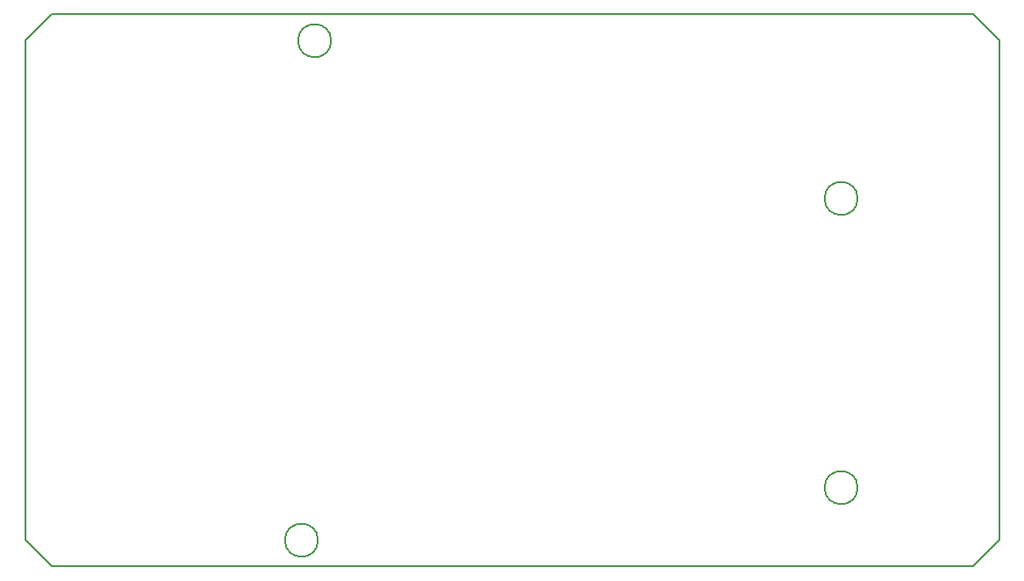
<source format=gm1>
G04*
G04 #@! TF.GenerationSoftware,Altium Limited,Altium Designer,25.2.1 (25)*
G04*
G04 Layer_Color=16711935*
%FSLAX44Y44*%
%MOMM*%
G71*
G04*
G04 #@! TF.SameCoordinates,3C1D010B-D615-4C1A-A092-7D16AA53BB1E*
G04*
G04*
G04 #@! TF.FilePolarity,Positive*
G04*
G01*
G75*
%ADD13C,0.1270*%
D13*
X676400Y355600D02*
G03*
X676400Y355600I-15999J0D01*
G01*
Y76200D02*
G03*
X676400Y76200I-15999J0D01*
G01*
X155700Y25400D02*
G03*
X155700Y25400I-15999J0D01*
G01*
X168400Y508000D02*
G03*
X168400Y508000I-15999J0D01*
G01*
X660400Y0D02*
X685800D01*
X-127000Y25400D02*
Y133350D01*
X787400Y0D02*
X812800Y25400D01*
X-127000Y133350D02*
Y400050D01*
X812800Y463550D02*
Y488950D01*
X685800Y0D02*
X787400D01*
X-127000Y508000D02*
X-101600Y533400D01*
X660400D02*
X673100D01*
X812800Y488950D02*
Y508000D01*
Y412750D02*
Y438150D01*
X-101600Y0D02*
X660400D01*
X812800Y44450D02*
Y412750D01*
X-101600Y533400D02*
X660400D01*
X-127000Y25400D02*
X-101600Y0D01*
X-127000Y400050D02*
Y508000D01*
X812800Y438150D02*
Y463550D01*
X673100Y533400D02*
X787400D01*
X812800Y508000D01*
Y25400D02*
Y44450D01*
M02*

</source>
